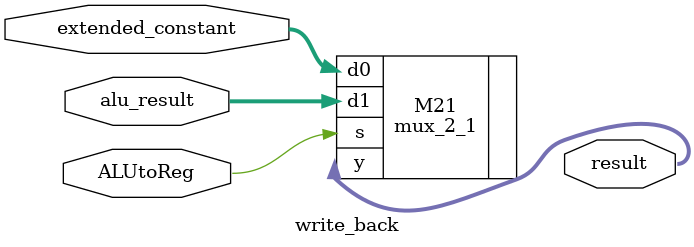
<source format=v>
/* Author: Santosh Srivatsan	2017A8PS1924G */
/* PROCESSOR STAGE : WRITE BACK STAGE */

module write_back(
		input [31:0] alu_result, extended_constant,
		input ALUtoReg,
		output [31:0] result
		);

		mux_2_1 M21(.d0(extended_constant), .d1(alu_result), .s(ALUtoReg), .y(result));
endmodule

/*******************************************************************************************************************************************************************/
</source>
